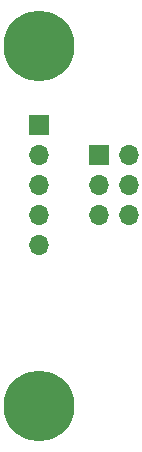
<source format=gbs>
G04 #@! TF.GenerationSoftware,KiCad,Pcbnew,7.0.7*
G04 #@! TF.CreationDate,2023-08-28T17:40:55-04:00*
G04 #@! TF.ProjectId,programmer,70726f67-7261-46d6-9d65-722e6b696361,rev?*
G04 #@! TF.SameCoordinates,Original*
G04 #@! TF.FileFunction,Soldermask,Bot*
G04 #@! TF.FilePolarity,Negative*
%FSLAX46Y46*%
G04 Gerber Fmt 4.6, Leading zero omitted, Abs format (unit mm)*
G04 Created by KiCad (PCBNEW 7.0.7) date 2023-08-28 17:40:55*
%MOMM*%
%LPD*%
G01*
G04 APERTURE LIST*
%ADD10C,0.800000*%
%ADD11C,6.000000*%
%ADD12R,1.700000X1.700000*%
%ADD13O,1.700000X1.700000*%
G04 APERTURE END LIST*
D10*
X134910000Y-72051000D03*
X135569010Y-70460010D03*
X135569010Y-73641990D03*
X137160000Y-69801000D03*
D11*
X137160000Y-72051000D03*
D10*
X137160000Y-74301000D03*
X138750990Y-70460010D03*
X138750990Y-73641990D03*
X139410000Y-72051000D03*
D12*
X142240000Y-50800000D03*
D13*
X144780000Y-50800000D03*
X142240000Y-53340000D03*
X144780000Y-53340000D03*
X142240000Y-55880000D03*
X144780000Y-55880000D03*
D10*
X134910000Y-41571000D03*
X135569010Y-39980010D03*
X135569010Y-43161990D03*
X137160000Y-39321000D03*
D11*
X137160000Y-41571000D03*
D10*
X137160000Y-43821000D03*
X138750990Y-39980010D03*
X138750990Y-43161990D03*
X139410000Y-41571000D03*
D12*
X137160000Y-48260000D03*
D13*
X137160000Y-50800000D03*
X137160000Y-53340000D03*
X137160000Y-55880000D03*
X137160000Y-58420000D03*
M02*

</source>
